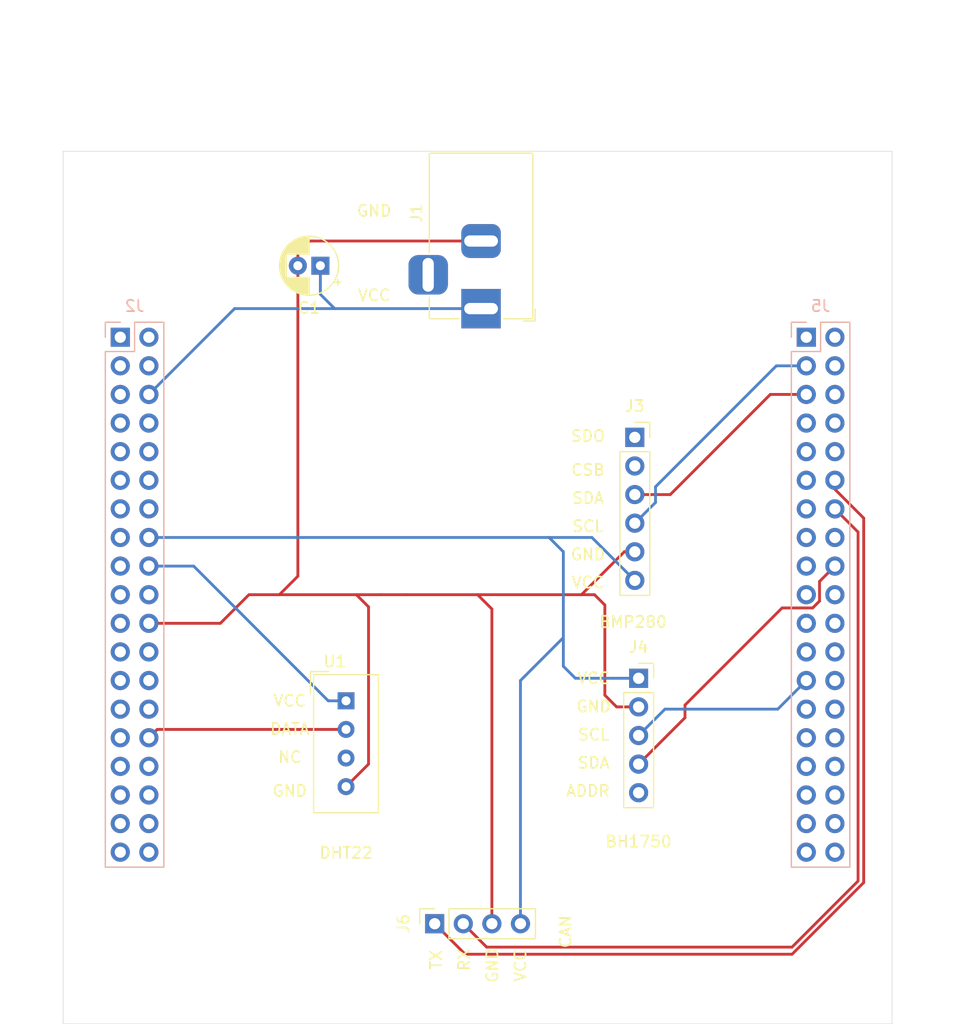
<source format=kicad_pcb>
(kicad_pcb (version 20171130) (host pcbnew "(5.1.9)-1")

  (general
    (thickness 1.6)
    (drawings 34)
    (tracks 74)
    (zones 0)
    (modules 8)
    (nets 81)
  )

  (page A4)
  (layers
    (0 F.Cu signal)
    (31 B.Cu signal)
    (32 B.Adhes user)
    (33 F.Adhes user)
    (34 B.Paste user)
    (35 F.Paste user)
    (36 B.SilkS user)
    (37 F.SilkS user)
    (38 B.Mask user)
    (39 F.Mask user)
    (40 Dwgs.User user)
    (41 Cmts.User user)
    (42 Eco1.User user)
    (43 Eco2.User user)
    (44 Edge.Cuts user)
    (45 Margin user)
    (46 B.CrtYd user)
    (47 F.CrtYd user)
    (48 B.Fab user)
    (49 F.Fab user)
  )

  (setup
    (last_trace_width 0.25)
    (trace_clearance 0.2)
    (zone_clearance 0.508)
    (zone_45_only no)
    (trace_min 0.2)
    (via_size 0.8)
    (via_drill 0.4)
    (via_min_size 0.4)
    (via_min_drill 0.3)
    (uvia_size 0.3)
    (uvia_drill 0.1)
    (uvias_allowed no)
    (uvia_min_size 0.2)
    (uvia_min_drill 0.1)
    (edge_width 0.05)
    (segment_width 0.2)
    (pcb_text_width 0.3)
    (pcb_text_size 1.5 1.5)
    (mod_edge_width 0.12)
    (mod_text_size 1 1)
    (mod_text_width 0.15)
    (pad_size 1.524 1.524)
    (pad_drill 0.762)
    (pad_to_mask_clearance 0)
    (aux_axis_origin 0 0)
    (visible_elements 7FFFFFFF)
    (pcbplotparams
      (layerselection 0x010fc_ffffffff)
      (usegerberextensions false)
      (usegerberattributes true)
      (usegerberadvancedattributes true)
      (creategerberjobfile true)
      (excludeedgelayer true)
      (linewidth 0.100000)
      (plotframeref false)
      (viasonmask false)
      (mode 1)
      (useauxorigin false)
      (hpglpennumber 1)
      (hpglpenspeed 20)
      (hpglpendiameter 15.000000)
      (psnegative false)
      (psa4output false)
      (plotreference true)
      (plotvalue true)
      (plotinvisibletext false)
      (padsonsilk false)
      (subtractmaskfromsilk false)
      (outputformat 1)
      (mirror false)
      (drillshape 1)
      (scaleselection 1)
      (outputdirectory ""))
  )

  (net 0 "")
  (net 1 GND)
  (net 2 "Net-(U1-Pad3)")
  (net 3 "Net-(J2-Pad38)")
  (net 4 "Net-(J2-Pad37)")
  (net 5 "Net-(J2-Pad35)")
  (net 6 "Net-(J2-Pad34)")
  (net 7 "Net-(J2-Pad33)")
  (net 8 "Net-(J2-Pad32)")
  (net 9 "Net-(J2-Pad31)")
  (net 10 "Net-(J2-Pad30)")
  (net 11 "Net-(J2-Pad29)")
  (net 12 "Net-(J2-Pad28)")
  (net 13 "Net-(J2-Pad27)")
  (net 14 "Net-(J2-Pad26)")
  (net 15 "Net-(J2-Pad25)")
  (net 16 "Net-(J2-Pad24)")
  (net 17 "Net-(J2-Pad23)")
  (net 18 "Net-(J2-Pad21)")
  (net 19 "Net-(J2-Pad20)")
  (net 20 "Net-(J2-Pad19)")
  (net 21 "Net-(J2-Pad18)")
  (net 22 "Net-(J2-Pad17)")
  (net 23 "Net-(J2-Pad16)")
  (net 24 "Net-(J2-Pad15)")
  (net 25 "Net-(J2-Pad14)")
  (net 26 "Net-(J2-Pad13)")
  (net 27 "Net-(J2-Pad12)")
  (net 28 "Net-(J2-Pad11)")
  (net 29 "Net-(J2-Pad10)")
  (net 30 "Net-(J2-Pad9)")
  (net 31 "Net-(J2-Pad8)")
  (net 32 "Net-(J2-Pad7)")
  (net 33 "Net-(J2-Pad5)")
  (net 34 "Net-(J2-Pad4)")
  (net 35 "Net-(J2-Pad3)")
  (net 36 "Net-(J2-Pad2)")
  (net 37 "Net-(J2-Pad1)")
  (net 38 "Net-(J3-Pad3)")
  (net 39 "Net-(J3-Pad1)")
  (net 40 "Net-(J4-Pad5)")
  (net 41 "Net-(J4-Pad4)")
  (net 42 "Net-(J4-Pad3)")
  (net 43 "Net-(J5-Pad38)")
  (net 44 "Net-(J5-Pad37)")
  (net 45 "Net-(J5-Pad36)")
  (net 46 "Net-(J5-Pad35)")
  (net 47 "Net-(J5-Pad34)")
  (net 48 "Net-(J5-Pad33)")
  (net 49 "Net-(J5-Pad32)")
  (net 50 "Net-(J5-Pad31)")
  (net 51 "Net-(J5-Pad29)")
  (net 52 "Net-(J5-Pad28)")
  (net 53 "Net-(J5-Pad27)")
  (net 54 "Net-(J5-Pad26)")
  (net 55 "Net-(J5-Pad24)")
  (net 56 "Net-(J5-Pad23)")
  (net 57 "Net-(J5-Pad22)")
  (net 58 "Net-(J5-Pad21)")
  (net 59 "Net-(J5-Pad20)")
  (net 60 "Net-(J5-Pad19)")
  (net 61 "Net-(J5-Pad17)")
  (net 62 "Net-(J5-Pad16)")
  (net 63 "Net-(J5-Pad15)")
  (net 64 "Net-(J5-Pad14)")
  (net 65 "Net-(J5-Pad13)")
  (net 66 "Net-(J5-Pad12)")
  (net 67 "Net-(J5-Pad11)")
  (net 68 "Net-(J5-Pad10)")
  (net 69 "Net-(J5-Pad9)")
  (net 70 "Net-(J5-Pad8)")
  (net 71 "Net-(J5-Pad7)")
  (net 72 "Net-(J5-Pad6)")
  (net 73 "Net-(J5-Pad2)")
  (net 74 "Net-(J5-Pad1)")
  (net 75 "Net-(C1-Pad1)")
  (net 76 "Net-(J2-Pad36)")
  (net 77 "Net-(J5-Pad30)")
  (net 78 "Net-(J5-Pad4)")
  (net 79 "Net-(J3-Pad4)")
  (net 80 "Net-(J3-Pad2)")

  (net_class Default "This is the default net class."
    (clearance 0.2)
    (trace_width 0.25)
    (via_dia 0.8)
    (via_drill 0.4)
    (uvia_dia 0.3)
    (uvia_drill 0.1)
    (add_net GND)
    (add_net "Net-(C1-Pad1)")
    (add_net "Net-(J2-Pad1)")
    (add_net "Net-(J2-Pad10)")
    (add_net "Net-(J2-Pad11)")
    (add_net "Net-(J2-Pad12)")
    (add_net "Net-(J2-Pad13)")
    (add_net "Net-(J2-Pad14)")
    (add_net "Net-(J2-Pad15)")
    (add_net "Net-(J2-Pad16)")
    (add_net "Net-(J2-Pad17)")
    (add_net "Net-(J2-Pad18)")
    (add_net "Net-(J2-Pad19)")
    (add_net "Net-(J2-Pad2)")
    (add_net "Net-(J2-Pad20)")
    (add_net "Net-(J2-Pad21)")
    (add_net "Net-(J2-Pad23)")
    (add_net "Net-(J2-Pad24)")
    (add_net "Net-(J2-Pad25)")
    (add_net "Net-(J2-Pad26)")
    (add_net "Net-(J2-Pad27)")
    (add_net "Net-(J2-Pad28)")
    (add_net "Net-(J2-Pad29)")
    (add_net "Net-(J2-Pad3)")
    (add_net "Net-(J2-Pad30)")
    (add_net "Net-(J2-Pad31)")
    (add_net "Net-(J2-Pad32)")
    (add_net "Net-(J2-Pad33)")
    (add_net "Net-(J2-Pad34)")
    (add_net "Net-(J2-Pad35)")
    (add_net "Net-(J2-Pad36)")
    (add_net "Net-(J2-Pad37)")
    (add_net "Net-(J2-Pad38)")
    (add_net "Net-(J2-Pad4)")
    (add_net "Net-(J2-Pad5)")
    (add_net "Net-(J2-Pad7)")
    (add_net "Net-(J2-Pad8)")
    (add_net "Net-(J2-Pad9)")
    (add_net "Net-(J3-Pad1)")
    (add_net "Net-(J3-Pad2)")
    (add_net "Net-(J3-Pad3)")
    (add_net "Net-(J3-Pad4)")
    (add_net "Net-(J4-Pad3)")
    (add_net "Net-(J4-Pad4)")
    (add_net "Net-(J4-Pad5)")
    (add_net "Net-(J5-Pad1)")
    (add_net "Net-(J5-Pad10)")
    (add_net "Net-(J5-Pad11)")
    (add_net "Net-(J5-Pad12)")
    (add_net "Net-(J5-Pad13)")
    (add_net "Net-(J5-Pad14)")
    (add_net "Net-(J5-Pad15)")
    (add_net "Net-(J5-Pad16)")
    (add_net "Net-(J5-Pad17)")
    (add_net "Net-(J5-Pad19)")
    (add_net "Net-(J5-Pad2)")
    (add_net "Net-(J5-Pad20)")
    (add_net "Net-(J5-Pad21)")
    (add_net "Net-(J5-Pad22)")
    (add_net "Net-(J5-Pad23)")
    (add_net "Net-(J5-Pad24)")
    (add_net "Net-(J5-Pad26)")
    (add_net "Net-(J5-Pad27)")
    (add_net "Net-(J5-Pad28)")
    (add_net "Net-(J5-Pad29)")
    (add_net "Net-(J5-Pad30)")
    (add_net "Net-(J5-Pad31)")
    (add_net "Net-(J5-Pad32)")
    (add_net "Net-(J5-Pad33)")
    (add_net "Net-(J5-Pad34)")
    (add_net "Net-(J5-Pad35)")
    (add_net "Net-(J5-Pad36)")
    (add_net "Net-(J5-Pad37)")
    (add_net "Net-(J5-Pad38)")
    (add_net "Net-(J5-Pad4)")
    (add_net "Net-(J5-Pad6)")
    (add_net "Net-(J5-Pad7)")
    (add_net "Net-(J5-Pad8)")
    (add_net "Net-(J5-Pad9)")
    (add_net "Net-(U1-Pad3)")
  )

  (module Connector_PinSocket_2.54mm:PinSocket_1x04_P2.54mm_Vertical (layer F.Cu) (tedit 5A19A429) (tstamp 609736D6)
    (at 55.88 97.79 90)
    (descr "Through hole straight socket strip, 1x04, 2.54mm pitch, single row (from Kicad 4.0.7), script generated")
    (tags "Through hole socket strip THT 1x04 2.54mm single row")
    (path /609A3DBC)
    (fp_text reference J6 (at 0 -2.77 90) (layer F.SilkS)
      (effects (font (size 1 1) (thickness 0.15)))
    )
    (fp_text value Conn_01x04 (at 0 10.39 90) (layer F.Fab)
      (effects (font (size 1 1) (thickness 0.15)))
    )
    (fp_line (start -1.27 -1.27) (end 0.635 -1.27) (layer F.Fab) (width 0.1))
    (fp_line (start 0.635 -1.27) (end 1.27 -0.635) (layer F.Fab) (width 0.1))
    (fp_line (start 1.27 -0.635) (end 1.27 8.89) (layer F.Fab) (width 0.1))
    (fp_line (start 1.27 8.89) (end -1.27 8.89) (layer F.Fab) (width 0.1))
    (fp_line (start -1.27 8.89) (end -1.27 -1.27) (layer F.Fab) (width 0.1))
    (fp_line (start -1.33 1.27) (end 1.33 1.27) (layer F.SilkS) (width 0.12))
    (fp_line (start -1.33 1.27) (end -1.33 8.95) (layer F.SilkS) (width 0.12))
    (fp_line (start -1.33 8.95) (end 1.33 8.95) (layer F.SilkS) (width 0.12))
    (fp_line (start 1.33 1.27) (end 1.33 8.95) (layer F.SilkS) (width 0.12))
    (fp_line (start 1.33 -1.33) (end 1.33 0) (layer F.SilkS) (width 0.12))
    (fp_line (start 0 -1.33) (end 1.33 -1.33) (layer F.SilkS) (width 0.12))
    (fp_line (start -1.8 -1.8) (end 1.75 -1.8) (layer F.CrtYd) (width 0.05))
    (fp_line (start 1.75 -1.8) (end 1.75 9.4) (layer F.CrtYd) (width 0.05))
    (fp_line (start 1.75 9.4) (end -1.8 9.4) (layer F.CrtYd) (width 0.05))
    (fp_line (start -1.8 9.4) (end -1.8 -1.8) (layer F.CrtYd) (width 0.05))
    (fp_text user %R (at 0 3.81) (layer F.Fab)
      (effects (font (size 1 1) (thickness 0.15)))
    )
    (pad 4 thru_hole oval (at 0 7.62 90) (size 1.7 1.7) (drill 1) (layers *.Cu *.Mask)
      (net 23 "Net-(J2-Pad16)"))
    (pad 3 thru_hole oval (at 0 5.08 90) (size 1.7 1.7) (drill 1) (layers *.Cu *.Mask)
      (net 1 GND))
    (pad 2 thru_hole oval (at 0 2.54 90) (size 1.7 1.7) (drill 1) (layers *.Cu *.Mask)
      (net 64 "Net-(J5-Pad14)"))
    (pad 1 thru_hole rect (at 0 0 90) (size 1.7 1.7) (drill 1) (layers *.Cu *.Mask)
      (net 66 "Net-(J5-Pad12)"))
    (model ${KISYS3DMOD}/Connector_PinSocket_2.54mm.3dshapes/PinSocket_1x04_P2.54mm_Vertical.wrl
      (at (xyz 0 0 0))
      (scale (xyz 1 1 1))
      (rotate (xyz 0 0 0))
    )
  )

  (module Connector_PinSocket_2.54mm:PinSocket_2x19_P2.54mm_Vertical (layer B.Cu) (tedit 5A19A42E) (tstamp 6096400A)
    (at 27.94 45.72 180)
    (descr "Through hole straight socket strip, 2x19, 2.54mm pitch, double cols (from Kicad 4.0.7), script generated")
    (tags "Through hole socket strip THT 2x19 2.54mm double row")
    (path /609805AB)
    (fp_text reference J2 (at -1.27 2.77) (layer B.SilkS)
      (effects (font (size 1 1) (thickness 0.15)) (justify mirror))
    )
    (fp_text value Conn_02x19_Counter_Clockwise (at -1.27 -48.49) (layer B.Fab)
      (effects (font (size 1 1) (thickness 0.15)) (justify mirror))
    )
    (fp_line (start -3.81 1.27) (end 0.27 1.27) (layer B.Fab) (width 0.1))
    (fp_line (start 0.27 1.27) (end 1.27 0.27) (layer B.Fab) (width 0.1))
    (fp_line (start 1.27 0.27) (end 1.27 -46.99) (layer B.Fab) (width 0.1))
    (fp_line (start 1.27 -46.99) (end -3.81 -46.99) (layer B.Fab) (width 0.1))
    (fp_line (start -3.81 -46.99) (end -3.81 1.27) (layer B.Fab) (width 0.1))
    (fp_line (start -3.87 1.33) (end -1.27 1.33) (layer B.SilkS) (width 0.12))
    (fp_line (start -3.87 1.33) (end -3.87 -47.05) (layer B.SilkS) (width 0.12))
    (fp_line (start -3.87 -47.05) (end 1.33 -47.05) (layer B.SilkS) (width 0.12))
    (fp_line (start 1.33 -1.27) (end 1.33 -47.05) (layer B.SilkS) (width 0.12))
    (fp_line (start -1.27 -1.27) (end 1.33 -1.27) (layer B.SilkS) (width 0.12))
    (fp_line (start -1.27 1.33) (end -1.27 -1.27) (layer B.SilkS) (width 0.12))
    (fp_line (start 1.33 1.33) (end 1.33 0) (layer B.SilkS) (width 0.12))
    (fp_line (start 0 1.33) (end 1.33 1.33) (layer B.SilkS) (width 0.12))
    (fp_line (start -4.34 1.8) (end 1.76 1.8) (layer B.CrtYd) (width 0.05))
    (fp_line (start 1.76 1.8) (end 1.76 -47.5) (layer B.CrtYd) (width 0.05))
    (fp_line (start 1.76 -47.5) (end -4.34 -47.5) (layer B.CrtYd) (width 0.05))
    (fp_line (start -4.34 -47.5) (end -4.34 1.8) (layer B.CrtYd) (width 0.05))
    (fp_text user %R (at -1.27 -22.86 270) (layer B.Fab)
      (effects (font (size 1 1) (thickness 0.15)) (justify mirror))
    )
    (pad 1 thru_hole rect (at 0 0 180) (size 1.7 1.7) (drill 1) (layers *.Cu *.Mask)
      (net 37 "Net-(J2-Pad1)"))
    (pad 2 thru_hole oval (at -2.54 0 180) (size 1.7 1.7) (drill 1) (layers *.Cu *.Mask)
      (net 36 "Net-(J2-Pad2)"))
    (pad 3 thru_hole oval (at 0 -2.54 180) (size 1.7 1.7) (drill 1) (layers *.Cu *.Mask)
      (net 35 "Net-(J2-Pad3)"))
    (pad 4 thru_hole oval (at -2.54 -2.54 180) (size 1.7 1.7) (drill 1) (layers *.Cu *.Mask)
      (net 34 "Net-(J2-Pad4)"))
    (pad 5 thru_hole oval (at 0 -5.08 180) (size 1.7 1.7) (drill 1) (layers *.Cu *.Mask)
      (net 33 "Net-(J2-Pad5)"))
    (pad 6 thru_hole oval (at -2.54 -5.08 180) (size 1.7 1.7) (drill 1) (layers *.Cu *.Mask)
      (net 75 "Net-(C1-Pad1)"))
    (pad 7 thru_hole oval (at 0 -7.62 180) (size 1.7 1.7) (drill 1) (layers *.Cu *.Mask)
      (net 32 "Net-(J2-Pad7)"))
    (pad 8 thru_hole oval (at -2.54 -7.62 180) (size 1.7 1.7) (drill 1) (layers *.Cu *.Mask)
      (net 31 "Net-(J2-Pad8)"))
    (pad 9 thru_hole oval (at 0 -10.16 180) (size 1.7 1.7) (drill 1) (layers *.Cu *.Mask)
      (net 30 "Net-(J2-Pad9)"))
    (pad 10 thru_hole oval (at -2.54 -10.16 180) (size 1.7 1.7) (drill 1) (layers *.Cu *.Mask)
      (net 29 "Net-(J2-Pad10)"))
    (pad 11 thru_hole oval (at 0 -12.7 180) (size 1.7 1.7) (drill 1) (layers *.Cu *.Mask)
      (net 28 "Net-(J2-Pad11)"))
    (pad 12 thru_hole oval (at -2.54 -12.7 180) (size 1.7 1.7) (drill 1) (layers *.Cu *.Mask)
      (net 27 "Net-(J2-Pad12)"))
    (pad 13 thru_hole oval (at 0 -15.24 180) (size 1.7 1.7) (drill 1) (layers *.Cu *.Mask)
      (net 26 "Net-(J2-Pad13)"))
    (pad 14 thru_hole oval (at -2.54 -15.24 180) (size 1.7 1.7) (drill 1) (layers *.Cu *.Mask)
      (net 25 "Net-(J2-Pad14)"))
    (pad 15 thru_hole oval (at 0 -17.78 180) (size 1.7 1.7) (drill 1) (layers *.Cu *.Mask)
      (net 24 "Net-(J2-Pad15)"))
    (pad 16 thru_hole oval (at -2.54 -17.78 180) (size 1.7 1.7) (drill 1) (layers *.Cu *.Mask)
      (net 23 "Net-(J2-Pad16)"))
    (pad 17 thru_hole oval (at 0 -20.32 180) (size 1.7 1.7) (drill 1) (layers *.Cu *.Mask)
      (net 22 "Net-(J2-Pad17)"))
    (pad 18 thru_hole oval (at -2.54 -20.32 180) (size 1.7 1.7) (drill 1) (layers *.Cu *.Mask)
      (net 21 "Net-(J2-Pad18)"))
    (pad 19 thru_hole oval (at 0 -22.86 180) (size 1.7 1.7) (drill 1) (layers *.Cu *.Mask)
      (net 20 "Net-(J2-Pad19)"))
    (pad 20 thru_hole oval (at -2.54 -22.86 180) (size 1.7 1.7) (drill 1) (layers *.Cu *.Mask)
      (net 19 "Net-(J2-Pad20)"))
    (pad 21 thru_hole oval (at 0 -25.4 180) (size 1.7 1.7) (drill 1) (layers *.Cu *.Mask)
      (net 18 "Net-(J2-Pad21)"))
    (pad 22 thru_hole oval (at -2.54 -25.4 180) (size 1.7 1.7) (drill 1) (layers *.Cu *.Mask)
      (net 1 GND))
    (pad 23 thru_hole oval (at 0 -27.94 180) (size 1.7 1.7) (drill 1) (layers *.Cu *.Mask)
      (net 17 "Net-(J2-Pad23)"))
    (pad 24 thru_hole oval (at -2.54 -27.94 180) (size 1.7 1.7) (drill 1) (layers *.Cu *.Mask)
      (net 16 "Net-(J2-Pad24)"))
    (pad 25 thru_hole oval (at 0 -30.48 180) (size 1.7 1.7) (drill 1) (layers *.Cu *.Mask)
      (net 15 "Net-(J2-Pad25)"))
    (pad 26 thru_hole oval (at -2.54 -30.48 180) (size 1.7 1.7) (drill 1) (layers *.Cu *.Mask)
      (net 14 "Net-(J2-Pad26)"))
    (pad 27 thru_hole oval (at 0 -33.02 180) (size 1.7 1.7) (drill 1) (layers *.Cu *.Mask)
      (net 13 "Net-(J2-Pad27)"))
    (pad 28 thru_hole oval (at -2.54 -33.02 180) (size 1.7 1.7) (drill 1) (layers *.Cu *.Mask)
      (net 12 "Net-(J2-Pad28)"))
    (pad 29 thru_hole oval (at 0 -35.56 180) (size 1.7 1.7) (drill 1) (layers *.Cu *.Mask)
      (net 11 "Net-(J2-Pad29)"))
    (pad 30 thru_hole oval (at -2.54 -35.56 180) (size 1.7 1.7) (drill 1) (layers *.Cu *.Mask)
      (net 10 "Net-(J2-Pad30)"))
    (pad 31 thru_hole oval (at 0 -38.1 180) (size 1.7 1.7) (drill 1) (layers *.Cu *.Mask)
      (net 9 "Net-(J2-Pad31)"))
    (pad 32 thru_hole oval (at -2.54 -38.1 180) (size 1.7 1.7) (drill 1) (layers *.Cu *.Mask)
      (net 8 "Net-(J2-Pad32)"))
    (pad 33 thru_hole oval (at 0 -40.64 180) (size 1.7 1.7) (drill 1) (layers *.Cu *.Mask)
      (net 7 "Net-(J2-Pad33)"))
    (pad 34 thru_hole oval (at -2.54 -40.64 180) (size 1.7 1.7) (drill 1) (layers *.Cu *.Mask)
      (net 6 "Net-(J2-Pad34)"))
    (pad 35 thru_hole oval (at 0 -43.18 180) (size 1.7 1.7) (drill 1) (layers *.Cu *.Mask)
      (net 5 "Net-(J2-Pad35)"))
    (pad 36 thru_hole oval (at -2.54 -43.18 180) (size 1.7 1.7) (drill 1) (layers *.Cu *.Mask)
      (net 76 "Net-(J2-Pad36)"))
    (pad 37 thru_hole oval (at 0 -45.72 180) (size 1.7 1.7) (drill 1) (layers *.Cu *.Mask)
      (net 4 "Net-(J2-Pad37)"))
    (pad 38 thru_hole oval (at -2.54 -45.72 180) (size 1.7 1.7) (drill 1) (layers *.Cu *.Mask)
      (net 3 "Net-(J2-Pad38)"))
    (model ${KISYS3DMOD}/Connector_PinSocket_2.54mm.3dshapes/PinSocket_2x19_P2.54mm_Vertical.wrl
      (at (xyz 0 0 0))
      (scale (xyz 1 1 1))
      (rotate (xyz 0 0 0))
    )
  )

  (module Connector_PinSocket_2.54mm:PinSocket_2x19_P2.54mm_Vertical (layer B.Cu) (tedit 5A19A42E) (tstamp 60964079)
    (at 88.9 45.72 180)
    (descr "Through hole straight socket strip, 2x19, 2.54mm pitch, double cols (from Kicad 4.0.7), script generated")
    (tags "Through hole socket strip THT 2x19 2.54mm double row")
    (path /609824F5)
    (fp_text reference J5 (at -1.27 2.77) (layer B.SilkS)
      (effects (font (size 1 1) (thickness 0.15)) (justify mirror))
    )
    (fp_text value Conn_02x19_Counter_Clockwise (at -1.27 -48.49) (layer B.Fab)
      (effects (font (size 1 1) (thickness 0.15)) (justify mirror))
    )
    (fp_line (start -4.34 -47.5) (end -4.34 1.8) (layer B.CrtYd) (width 0.05))
    (fp_line (start 1.76 -47.5) (end -4.34 -47.5) (layer B.CrtYd) (width 0.05))
    (fp_line (start 1.76 1.8) (end 1.76 -47.5) (layer B.CrtYd) (width 0.05))
    (fp_line (start -4.34 1.8) (end 1.76 1.8) (layer B.CrtYd) (width 0.05))
    (fp_line (start 0 1.33) (end 1.33 1.33) (layer B.SilkS) (width 0.12))
    (fp_line (start 1.33 1.33) (end 1.33 0) (layer B.SilkS) (width 0.12))
    (fp_line (start -1.27 1.33) (end -1.27 -1.27) (layer B.SilkS) (width 0.12))
    (fp_line (start -1.27 -1.27) (end 1.33 -1.27) (layer B.SilkS) (width 0.12))
    (fp_line (start 1.33 -1.27) (end 1.33 -47.05) (layer B.SilkS) (width 0.12))
    (fp_line (start -3.87 -47.05) (end 1.33 -47.05) (layer B.SilkS) (width 0.12))
    (fp_line (start -3.87 1.33) (end -3.87 -47.05) (layer B.SilkS) (width 0.12))
    (fp_line (start -3.87 1.33) (end -1.27 1.33) (layer B.SilkS) (width 0.12))
    (fp_line (start -3.81 -46.99) (end -3.81 1.27) (layer B.Fab) (width 0.1))
    (fp_line (start 1.27 -46.99) (end -3.81 -46.99) (layer B.Fab) (width 0.1))
    (fp_line (start 1.27 0.27) (end 1.27 -46.99) (layer B.Fab) (width 0.1))
    (fp_line (start 0.27 1.27) (end 1.27 0.27) (layer B.Fab) (width 0.1))
    (fp_line (start -3.81 1.27) (end 0.27 1.27) (layer B.Fab) (width 0.1))
    (fp_text user %R (at -1.27 -22.86 270) (layer B.Fab)
      (effects (font (size 1 1) (thickness 0.15)) (justify mirror))
    )
    (pad 38 thru_hole oval (at -2.54 -45.72 180) (size 1.7 1.7) (drill 1) (layers *.Cu *.Mask)
      (net 43 "Net-(J5-Pad38)"))
    (pad 37 thru_hole oval (at 0 -45.72 180) (size 1.7 1.7) (drill 1) (layers *.Cu *.Mask)
      (net 44 "Net-(J5-Pad37)"))
    (pad 36 thru_hole oval (at -2.54 -43.18 180) (size 1.7 1.7) (drill 1) (layers *.Cu *.Mask)
      (net 45 "Net-(J5-Pad36)"))
    (pad 35 thru_hole oval (at 0 -43.18 180) (size 1.7 1.7) (drill 1) (layers *.Cu *.Mask)
      (net 46 "Net-(J5-Pad35)"))
    (pad 34 thru_hole oval (at -2.54 -40.64 180) (size 1.7 1.7) (drill 1) (layers *.Cu *.Mask)
      (net 47 "Net-(J5-Pad34)"))
    (pad 33 thru_hole oval (at 0 -40.64 180) (size 1.7 1.7) (drill 1) (layers *.Cu *.Mask)
      (net 48 "Net-(J5-Pad33)"))
    (pad 32 thru_hole oval (at -2.54 -38.1 180) (size 1.7 1.7) (drill 1) (layers *.Cu *.Mask)
      (net 49 "Net-(J5-Pad32)"))
    (pad 31 thru_hole oval (at 0 -38.1 180) (size 1.7 1.7) (drill 1) (layers *.Cu *.Mask)
      (net 50 "Net-(J5-Pad31)"))
    (pad 30 thru_hole oval (at -2.54 -35.56 180) (size 1.7 1.7) (drill 1) (layers *.Cu *.Mask)
      (net 77 "Net-(J5-Pad30)"))
    (pad 29 thru_hole oval (at 0 -35.56 180) (size 1.7 1.7) (drill 1) (layers *.Cu *.Mask)
      (net 51 "Net-(J5-Pad29)"))
    (pad 28 thru_hole oval (at -2.54 -33.02 180) (size 1.7 1.7) (drill 1) (layers *.Cu *.Mask)
      (net 52 "Net-(J5-Pad28)"))
    (pad 27 thru_hole oval (at 0 -33.02 180) (size 1.7 1.7) (drill 1) (layers *.Cu *.Mask)
      (net 53 "Net-(J5-Pad27)"))
    (pad 26 thru_hole oval (at -2.54 -30.48 180) (size 1.7 1.7) (drill 1) (layers *.Cu *.Mask)
      (net 54 "Net-(J5-Pad26)"))
    (pad 25 thru_hole oval (at 0 -30.48 180) (size 1.7 1.7) (drill 1) (layers *.Cu *.Mask)
      (net 42 "Net-(J4-Pad3)"))
    (pad 24 thru_hole oval (at -2.54 -27.94 180) (size 1.7 1.7) (drill 1) (layers *.Cu *.Mask)
      (net 55 "Net-(J5-Pad24)"))
    (pad 23 thru_hole oval (at 0 -27.94 180) (size 1.7 1.7) (drill 1) (layers *.Cu *.Mask)
      (net 56 "Net-(J5-Pad23)"))
    (pad 22 thru_hole oval (at -2.54 -25.4 180) (size 1.7 1.7) (drill 1) (layers *.Cu *.Mask)
      (net 57 "Net-(J5-Pad22)"))
    (pad 21 thru_hole oval (at 0 -25.4 180) (size 1.7 1.7) (drill 1) (layers *.Cu *.Mask)
      (net 58 "Net-(J5-Pad21)"))
    (pad 20 thru_hole oval (at -2.54 -22.86 180) (size 1.7 1.7) (drill 1) (layers *.Cu *.Mask)
      (net 59 "Net-(J5-Pad20)"))
    (pad 19 thru_hole oval (at 0 -22.86 180) (size 1.7 1.7) (drill 1) (layers *.Cu *.Mask)
      (net 60 "Net-(J5-Pad19)"))
    (pad 18 thru_hole oval (at -2.54 -20.32 180) (size 1.7 1.7) (drill 1) (layers *.Cu *.Mask)
      (net 41 "Net-(J4-Pad4)"))
    (pad 17 thru_hole oval (at 0 -20.32 180) (size 1.7 1.7) (drill 1) (layers *.Cu *.Mask)
      (net 61 "Net-(J5-Pad17)"))
    (pad 16 thru_hole oval (at -2.54 -17.78 180) (size 1.7 1.7) (drill 1) (layers *.Cu *.Mask)
      (net 62 "Net-(J5-Pad16)"))
    (pad 15 thru_hole oval (at 0 -17.78 180) (size 1.7 1.7) (drill 1) (layers *.Cu *.Mask)
      (net 63 "Net-(J5-Pad15)"))
    (pad 14 thru_hole oval (at -2.54 -15.24 180) (size 1.7 1.7) (drill 1) (layers *.Cu *.Mask)
      (net 64 "Net-(J5-Pad14)"))
    (pad 13 thru_hole oval (at 0 -15.24 180) (size 1.7 1.7) (drill 1) (layers *.Cu *.Mask)
      (net 65 "Net-(J5-Pad13)"))
    (pad 12 thru_hole oval (at -2.54 -12.7 180) (size 1.7 1.7) (drill 1) (layers *.Cu *.Mask)
      (net 66 "Net-(J5-Pad12)"))
    (pad 11 thru_hole oval (at 0 -12.7 180) (size 1.7 1.7) (drill 1) (layers *.Cu *.Mask)
      (net 67 "Net-(J5-Pad11)"))
    (pad 10 thru_hole oval (at -2.54 -10.16 180) (size 1.7 1.7) (drill 1) (layers *.Cu *.Mask)
      (net 68 "Net-(J5-Pad10)"))
    (pad 9 thru_hole oval (at 0 -10.16 180) (size 1.7 1.7) (drill 1) (layers *.Cu *.Mask)
      (net 69 "Net-(J5-Pad9)"))
    (pad 8 thru_hole oval (at -2.54 -7.62 180) (size 1.7 1.7) (drill 1) (layers *.Cu *.Mask)
      (net 70 "Net-(J5-Pad8)"))
    (pad 7 thru_hole oval (at 0 -7.62 180) (size 1.7 1.7) (drill 1) (layers *.Cu *.Mask)
      (net 71 "Net-(J5-Pad7)"))
    (pad 6 thru_hole oval (at -2.54 -5.08 180) (size 1.7 1.7) (drill 1) (layers *.Cu *.Mask)
      (net 72 "Net-(J5-Pad6)"))
    (pad 5 thru_hole oval (at 0 -5.08 180) (size 1.7 1.7) (drill 1) (layers *.Cu *.Mask)
      (net 38 "Net-(J3-Pad3)"))
    (pad 4 thru_hole oval (at -2.54 -2.54 180) (size 1.7 1.7) (drill 1) (layers *.Cu *.Mask)
      (net 78 "Net-(J5-Pad4)"))
    (pad 3 thru_hole oval (at 0 -2.54 180) (size 1.7 1.7) (drill 1) (layers *.Cu *.Mask)
      (net 79 "Net-(J3-Pad4)"))
    (pad 2 thru_hole oval (at -2.54 0 180) (size 1.7 1.7) (drill 1) (layers *.Cu *.Mask)
      (net 73 "Net-(J5-Pad2)"))
    (pad 1 thru_hole rect (at 0 0 180) (size 1.7 1.7) (drill 1) (layers *.Cu *.Mask)
      (net 74 "Net-(J5-Pad1)"))
    (model ${KISYS3DMOD}/Connector_PinSocket_2.54mm.3dshapes/PinSocket_2x19_P2.54mm_Vertical.wrl
      (at (xyz 0 0 0))
      (scale (xyz 1 1 1))
      (rotate (xyz 0 0 0))
    )
  )

  (module Connector_PinSocket_2.54mm:PinSocket_1x05_P2.54mm_Vertical (layer F.Cu) (tedit 5A19A420) (tstamp 6096403D)
    (at 74 76)
    (descr "Through hole straight socket strip, 1x05, 2.54mm pitch, single row (from Kicad 4.0.7), script generated")
    (tags "Through hole socket strip THT 1x05 2.54mm single row")
    (path /60984D9C)
    (fp_text reference J4 (at 0 -2.77) (layer F.SilkS)
      (effects (font (size 1 1) (thickness 0.15)))
    )
    (fp_text value Conn_01x05 (at 0 12.93) (layer F.Fab)
      (effects (font (size 1 1) (thickness 0.15)))
    )
    (fp_line (start -1.8 11.9) (end -1.8 -1.8) (layer F.CrtYd) (width 0.05))
    (fp_line (start 1.75 11.9) (end -1.8 11.9) (layer F.CrtYd) (width 0.05))
    (fp_line (start 1.75 -1.8) (end 1.75 11.9) (layer F.CrtYd) (width 0.05))
    (fp_line (start -1.8 -1.8) (end 1.75 -1.8) (layer F.CrtYd) (width 0.05))
    (fp_line (start 0 -1.33) (end 1.33 -1.33) (layer F.SilkS) (width 0.12))
    (fp_line (start 1.33 -1.33) (end 1.33 0) (layer F.SilkS) (width 0.12))
    (fp_line (start 1.33 1.27) (end 1.33 11.49) (layer F.SilkS) (width 0.12))
    (fp_line (start -1.33 11.49) (end 1.33 11.49) (layer F.SilkS) (width 0.12))
    (fp_line (start -1.33 1.27) (end -1.33 11.49) (layer F.SilkS) (width 0.12))
    (fp_line (start -1.33 1.27) (end 1.33 1.27) (layer F.SilkS) (width 0.12))
    (fp_line (start -1.27 11.43) (end -1.27 -1.27) (layer F.Fab) (width 0.1))
    (fp_line (start 1.27 11.43) (end -1.27 11.43) (layer F.Fab) (width 0.1))
    (fp_line (start 1.27 -0.635) (end 1.27 11.43) (layer F.Fab) (width 0.1))
    (fp_line (start 0.635 -1.27) (end 1.27 -0.635) (layer F.Fab) (width 0.1))
    (fp_line (start -1.27 -1.27) (end 0.635 -1.27) (layer F.Fab) (width 0.1))
    (fp_text user %R (at 0 5.08 90) (layer F.Fab)
      (effects (font (size 1 1) (thickness 0.15)))
    )
    (pad 5 thru_hole oval (at 0 10.16) (size 1.7 1.7) (drill 1) (layers *.Cu *.Mask)
      (net 40 "Net-(J4-Pad5)"))
    (pad 4 thru_hole oval (at 0 7.62) (size 1.7 1.7) (drill 1) (layers *.Cu *.Mask)
      (net 41 "Net-(J4-Pad4)"))
    (pad 3 thru_hole oval (at 0 5.08) (size 1.7 1.7) (drill 1) (layers *.Cu *.Mask)
      (net 42 "Net-(J4-Pad3)"))
    (pad 2 thru_hole oval (at 0 2.54) (size 1.7 1.7) (drill 1) (layers *.Cu *.Mask)
      (net 1 GND))
    (pad 1 thru_hole rect (at 0 0) (size 1.7 1.7) (drill 1) (layers *.Cu *.Mask)
      (net 23 "Net-(J2-Pad16)"))
    (model ${KISYS3DMOD}/Connector_PinSocket_2.54mm.3dshapes/PinSocket_1x05_P2.54mm_Vertical.wrl
      (at (xyz 0 0 0))
      (scale (xyz 1 1 1))
      (rotate (xyz 0 0 0))
    )
  )

  (module Connector_PinSocket_2.54mm:PinSocket_1x06_P2.54mm_Vertical (layer F.Cu) (tedit 5A19A430) (tstamp 60970DA2)
    (at 73.66 54.61)
    (descr "Through hole straight socket strip, 1x06, 2.54mm pitch, single row (from Kicad 4.0.7), script generated")
    (tags "Through hole socket strip THT 1x06 2.54mm single row")
    (path /60983FFB)
    (fp_text reference J3 (at 0 -2.77) (layer F.SilkS)
      (effects (font (size 1 1) (thickness 0.15)))
    )
    (fp_text value Conn_01x06 (at 0 15.47) (layer F.Fab)
      (effects (font (size 1 1) (thickness 0.15)))
    )
    (fp_line (start -1.8 14.45) (end -1.8 -1.8) (layer F.CrtYd) (width 0.05))
    (fp_line (start 1.75 14.45) (end -1.8 14.45) (layer F.CrtYd) (width 0.05))
    (fp_line (start 1.75 -1.8) (end 1.75 14.45) (layer F.CrtYd) (width 0.05))
    (fp_line (start -1.8 -1.8) (end 1.75 -1.8) (layer F.CrtYd) (width 0.05))
    (fp_line (start 0 -1.33) (end 1.33 -1.33) (layer F.SilkS) (width 0.12))
    (fp_line (start 1.33 -1.33) (end 1.33 0) (layer F.SilkS) (width 0.12))
    (fp_line (start 1.33 1.27) (end 1.33 14.03) (layer F.SilkS) (width 0.12))
    (fp_line (start -1.33 14.03) (end 1.33 14.03) (layer F.SilkS) (width 0.12))
    (fp_line (start -1.33 1.27) (end -1.33 14.03) (layer F.SilkS) (width 0.12))
    (fp_line (start -1.33 1.27) (end 1.33 1.27) (layer F.SilkS) (width 0.12))
    (fp_line (start -1.27 13.97) (end -1.27 -1.27) (layer F.Fab) (width 0.1))
    (fp_line (start 1.27 13.97) (end -1.27 13.97) (layer F.Fab) (width 0.1))
    (fp_line (start 1.27 -0.635) (end 1.27 13.97) (layer F.Fab) (width 0.1))
    (fp_line (start 0.635 -1.27) (end 1.27 -0.635) (layer F.Fab) (width 0.1))
    (fp_line (start -1.27 -1.27) (end 0.635 -1.27) (layer F.Fab) (width 0.1))
    (fp_text user %R (at 0 6.35 90) (layer F.Fab)
      (effects (font (size 1 1) (thickness 0.15)))
    )
    (pad 6 thru_hole oval (at 0 12.7) (size 1.7 1.7) (drill 1) (layers *.Cu *.Mask)
      (net 23 "Net-(J2-Pad16)"))
    (pad 5 thru_hole oval (at 0 10.16) (size 1.7 1.7) (drill 1) (layers *.Cu *.Mask)
      (net 1 GND))
    (pad 4 thru_hole oval (at 0 7.62) (size 1.7 1.7) (drill 1) (layers *.Cu *.Mask)
      (net 79 "Net-(J3-Pad4)"))
    (pad 3 thru_hole oval (at 0 5.08) (size 1.7 1.7) (drill 1) (layers *.Cu *.Mask)
      (net 38 "Net-(J3-Pad3)"))
    (pad 2 thru_hole oval (at 0 2.54) (size 1.7 1.7) (drill 1) (layers *.Cu *.Mask)
      (net 80 "Net-(J3-Pad2)"))
    (pad 1 thru_hole rect (at 0 0) (size 1.7 1.7) (drill 1) (layers *.Cu *.Mask)
      (net 39 "Net-(J3-Pad1)"))
    (model ${KISYS3DMOD}/Connector_PinSocket_2.54mm.3dshapes/PinSocket_1x06_P2.54mm_Vertical.wrl
      (at (xyz 0 0 0))
      (scale (xyz 1 1 1))
      (rotate (xyz 0 0 0))
    )
  )

  (module Capacitor_THT:CP_Radial_D5.0mm_P2.00mm (layer F.Cu) (tedit 5AE50EF0) (tstamp 608FB721)
    (at 45.72 39.37 180)
    (descr "CP, Radial series, Radial, pin pitch=2.00mm, , diameter=5mm, Electrolytic Capacitor")
    (tags "CP Radial series Radial pin pitch 2.00mm  diameter 5mm Electrolytic Capacitor")
    (path /60904AC5)
    (fp_text reference C1 (at 1 -3.75) (layer F.SilkS)
      (effects (font (size 1 1) (thickness 0.15)))
    )
    (fp_text value CP (at 1 3.75) (layer F.Fab)
      (effects (font (size 1 1) (thickness 0.15)))
    )
    (fp_line (start -1.554775 -1.725) (end -1.554775 -1.225) (layer F.SilkS) (width 0.12))
    (fp_line (start -1.804775 -1.475) (end -1.304775 -1.475) (layer F.SilkS) (width 0.12))
    (fp_line (start 3.601 -0.284) (end 3.601 0.284) (layer F.SilkS) (width 0.12))
    (fp_line (start 3.561 -0.518) (end 3.561 0.518) (layer F.SilkS) (width 0.12))
    (fp_line (start 3.521 -0.677) (end 3.521 0.677) (layer F.SilkS) (width 0.12))
    (fp_line (start 3.481 -0.805) (end 3.481 0.805) (layer F.SilkS) (width 0.12))
    (fp_line (start 3.441 -0.915) (end 3.441 0.915) (layer F.SilkS) (width 0.12))
    (fp_line (start 3.401 -1.011) (end 3.401 1.011) (layer F.SilkS) (width 0.12))
    (fp_line (start 3.361 -1.098) (end 3.361 1.098) (layer F.SilkS) (width 0.12))
    (fp_line (start 3.321 -1.178) (end 3.321 1.178) (layer F.SilkS) (width 0.12))
    (fp_line (start 3.281 -1.251) (end 3.281 1.251) (layer F.SilkS) (width 0.12))
    (fp_line (start 3.241 -1.319) (end 3.241 1.319) (layer F.SilkS) (width 0.12))
    (fp_line (start 3.201 -1.383) (end 3.201 1.383) (layer F.SilkS) (width 0.12))
    (fp_line (start 3.161 -1.443) (end 3.161 1.443) (layer F.SilkS) (width 0.12))
    (fp_line (start 3.121 -1.5) (end 3.121 1.5) (layer F.SilkS) (width 0.12))
    (fp_line (start 3.081 -1.554) (end 3.081 1.554) (layer F.SilkS) (width 0.12))
    (fp_line (start 3.041 -1.605) (end 3.041 1.605) (layer F.SilkS) (width 0.12))
    (fp_line (start 3.001 1.04) (end 3.001 1.653) (layer F.SilkS) (width 0.12))
    (fp_line (start 3.001 -1.653) (end 3.001 -1.04) (layer F.SilkS) (width 0.12))
    (fp_line (start 2.961 1.04) (end 2.961 1.699) (layer F.SilkS) (width 0.12))
    (fp_line (start 2.961 -1.699) (end 2.961 -1.04) (layer F.SilkS) (width 0.12))
    (fp_line (start 2.921 1.04) (end 2.921 1.743) (layer F.SilkS) (width 0.12))
    (fp_line (start 2.921 -1.743) (end 2.921 -1.04) (layer F.SilkS) (width 0.12))
    (fp_line (start 2.881 1.04) (end 2.881 1.785) (layer F.SilkS) (width 0.12))
    (fp_line (start 2.881 -1.785) (end 2.881 -1.04) (layer F.SilkS) (width 0.12))
    (fp_line (start 2.841 1.04) (end 2.841 1.826) (layer F.SilkS) (width 0.12))
    (fp_line (start 2.841 -1.826) (end 2.841 -1.04) (layer F.SilkS) (width 0.12))
    (fp_line (start 2.801 1.04) (end 2.801 1.864) (layer F.SilkS) (width 0.12))
    (fp_line (start 2.801 -1.864) (end 2.801 -1.04) (layer F.SilkS) (width 0.12))
    (fp_line (start 2.761 1.04) (end 2.761 1.901) (layer F.SilkS) (width 0.12))
    (fp_line (start 2.761 -1.901) (end 2.761 -1.04) (layer F.SilkS) (width 0.12))
    (fp_line (start 2.721 1.04) (end 2.721 1.937) (layer F.SilkS) (width 0.12))
    (fp_line (start 2.721 -1.937) (end 2.721 -1.04) (layer F.SilkS) (width 0.12))
    (fp_line (start 2.681 1.04) (end 2.681 1.971) (layer F.SilkS) (width 0.12))
    (fp_line (start 2.681 -1.971) (end 2.681 -1.04) (layer F.SilkS) (width 0.12))
    (fp_line (start 2.641 1.04) (end 2.641 2.004) (layer F.SilkS) (width 0.12))
    (fp_line (start 2.641 -2.004) (end 2.641 -1.04) (layer F.SilkS) (width 0.12))
    (fp_line (start 2.601 1.04) (end 2.601 2.035) (layer F.SilkS) (width 0.12))
    (fp_line (start 2.601 -2.035) (end 2.601 -1.04) (layer F.SilkS) (width 0.12))
    (fp_line (start 2.561 1.04) (end 2.561 2.065) (layer F.SilkS) (width 0.12))
    (fp_line (start 2.561 -2.065) (end 2.561 -1.04) (layer F.SilkS) (width 0.12))
    (fp_line (start 2.521 1.04) (end 2.521 2.095) (layer F.SilkS) (width 0.12))
    (fp_line (start 2.521 -2.095) (end 2.521 -1.04) (layer F.SilkS) (width 0.12))
    (fp_line (start 2.481 1.04) (end 2.481 2.122) (layer F.SilkS) (width 0.12))
    (fp_line (start 2.481 -2.122) (end 2.481 -1.04) (layer F.SilkS) (width 0.12))
    (fp_line (start 2.441 1.04) (end 2.441 2.149) (layer F.SilkS) (width 0.12))
    (fp_line (start 2.441 -2.149) (end 2.441 -1.04) (layer F.SilkS) (width 0.12))
    (fp_line (start 2.401 1.04) (end 2.401 2.175) (layer F.SilkS) (width 0.12))
    (fp_line (start 2.401 -2.175) (end 2.401 -1.04) (layer F.SilkS) (width 0.12))
    (fp_line (start 2.361 1.04) (end 2.361 2.2) (layer F.SilkS) (width 0.12))
    (fp_line (start 2.361 -2.2) (end 2.361 -1.04) (layer F.SilkS) (width 0.12))
    (fp_line (start 2.321 1.04) (end 2.321 2.224) (layer F.SilkS) (width 0.12))
    (fp_line (start 2.321 -2.224) (end 2.321 -1.04) (layer F.SilkS) (width 0.12))
    (fp_line (start 2.281 1.04) (end 2.281 2.247) (layer F.SilkS) (width 0.12))
    (fp_line (start 2.281 -2.247) (end 2.281 -1.04) (layer F.SilkS) (width 0.12))
    (fp_line (start 2.241 1.04) (end 2.241 2.268) (layer F.SilkS) (width 0.12))
    (fp_line (start 2.241 -2.268) (end 2.241 -1.04) (layer F.SilkS) (width 0.12))
    (fp_line (start 2.201 1.04) (end 2.201 2.29) (layer F.SilkS) (width 0.12))
    (fp_line (start 2.201 -2.29) (end 2.201 -1.04) (layer F.SilkS) (width 0.12))
    (fp_line (start 2.161 1.04) (end 2.161 2.31) (layer F.SilkS) (width 0.12))
    (fp_line (start 2.161 -2.31) (end 2.161 -1.04) (layer F.SilkS) (width 0.12))
    (fp_line (start 2.121 1.04) (end 2.121 2.329) (layer F.SilkS) (width 0.12))
    (fp_line (start 2.121 -2.329) (end 2.121 -1.04) (layer F.SilkS) (width 0.12))
    (fp_line (start 2.081 1.04) (end 2.081 2.348) (layer F.SilkS) (width 0.12))
    (fp_line (start 2.081 -2.348) (end 2.081 -1.04) (layer F.SilkS) (width 0.12))
    (fp_line (start 2.041 1.04) (end 2.041 2.365) (layer F.SilkS) (width 0.12))
    (fp_line (start 2.041 -2.365) (end 2.041 -1.04) (layer F.SilkS) (width 0.12))
    (fp_line (start 2.001 1.04) (end 2.001 2.382) (layer F.SilkS) (width 0.12))
    (fp_line (start 2.001 -2.382) (end 2.001 -1.04) (layer F.SilkS) (width 0.12))
    (fp_line (start 1.961 1.04) (end 1.961 2.398) (layer F.SilkS) (width 0.12))
    (fp_line (start 1.961 -2.398) (end 1.961 -1.04) (layer F.SilkS) (width 0.12))
    (fp_line (start 1.921 1.04) (end 1.921 2.414) (layer F.SilkS) (width 0.12))
    (fp_line (start 1.921 -2.414) (end 1.921 -1.04) (layer F.SilkS) (width 0.12))
    (fp_line (start 1.881 1.04) (end 1.881 2.428) (layer F.SilkS) (width 0.12))
    (fp_line (start 1.881 -2.428) (end 1.881 -1.04) (layer F.SilkS) (width 0.12))
    (fp_line (start 1.841 1.04) (end 1.841 2.442) (layer F.SilkS) (width 0.12))
    (fp_line (start 1.841 -2.442) (end 1.841 -1.04) (layer F.SilkS) (width 0.12))
    (fp_line (start 1.801 1.04) (end 1.801 2.455) (layer F.SilkS) (width 0.12))
    (fp_line (start 1.801 -2.455) (end 1.801 -1.04) (layer F.SilkS) (width 0.12))
    (fp_line (start 1.761 1.04) (end 1.761 2.468) (layer F.SilkS) (width 0.12))
    (fp_line (start 1.761 -2.468) (end 1.761 -1.04) (layer F.SilkS) (width 0.12))
    (fp_line (start 1.721 1.04) (end 1.721 2.48) (layer F.SilkS) (width 0.12))
    (fp_line (start 1.721 -2.48) (end 1.721 -1.04) (layer F.SilkS) (width 0.12))
    (fp_line (start 1.68 1.04) (end 1.68 2.491) (layer F.SilkS) (width 0.12))
    (fp_line (start 1.68 -2.491) (end 1.68 -1.04) (layer F.SilkS) (width 0.12))
    (fp_line (start 1.64 1.04) (end 1.64 2.501) (layer F.SilkS) (width 0.12))
    (fp_line (start 1.64 -2.501) (end 1.64 -1.04) (layer F.SilkS) (width 0.12))
    (fp_line (start 1.6 1.04) (end 1.6 2.511) (layer F.SilkS) (width 0.12))
    (fp_line (start 1.6 -2.511) (end 1.6 -1.04) (layer F.SilkS) (width 0.12))
    (fp_line (start 1.56 1.04) (end 1.56 2.52) (layer F.SilkS) (width 0.12))
    (fp_line (start 1.56 -2.52) (end 1.56 -1.04) (layer F.SilkS) (width 0.12))
    (fp_line (start 1.52 1.04) (end 1.52 2.528) (layer F.SilkS) (width 0.12))
    (fp_line (start 1.52 -2.528) (end 1.52 -1.04) (layer F.SilkS) (width 0.12))
    (fp_line (start 1.48 1.04) (end 1.48 2.536) (layer F.SilkS) (width 0.12))
    (fp_line (start 1.48 -2.536) (end 1.48 -1.04) (layer F.SilkS) (width 0.12))
    (fp_line (start 1.44 1.04) (end 1.44 2.543) (layer F.SilkS) (width 0.12))
    (fp_line (start 1.44 -2.543) (end 1.44 -1.04) (layer F.SilkS) (width 0.12))
    (fp_line (start 1.4 1.04) (end 1.4 2.55) (layer F.SilkS) (width 0.12))
    (fp_line (start 1.4 -2.55) (end 1.4 -1.04) (layer F.SilkS) (width 0.12))
    (fp_line (start 1.36 1.04) (end 1.36 2.556) (layer F.SilkS) (width 0.12))
    (fp_line (start 1.36 -2.556) (end 1.36 -1.04) (layer F.SilkS) (width 0.12))
    (fp_line (start 1.32 1.04) (end 1.32 2.561) (layer F.SilkS) (width 0.12))
    (fp_line (start 1.32 -2.561) (end 1.32 -1.04) (layer F.SilkS) (width 0.12))
    (fp_line (start 1.28 1.04) (end 1.28 2.565) (layer F.SilkS) (width 0.12))
    (fp_line (start 1.28 -2.565) (end 1.28 -1.04) (layer F.SilkS) (width 0.12))
    (fp_line (start 1.24 1.04) (end 1.24 2.569) (layer F.SilkS) (width 0.12))
    (fp_line (start 1.24 -2.569) (end 1.24 -1.04) (layer F.SilkS) (width 0.12))
    (fp_line (start 1.2 1.04) (end 1.2 2.573) (layer F.SilkS) (width 0.12))
    (fp_line (start 1.2 -2.573) (end 1.2 -1.04) (layer F.SilkS) (width 0.12))
    (fp_line (start 1.16 1.04) (end 1.16 2.576) (layer F.SilkS) (width 0.12))
    (fp_line (start 1.16 -2.576) (end 1.16 -1.04) (layer F.SilkS) (width 0.12))
    (fp_line (start 1.12 1.04) (end 1.12 2.578) (layer F.SilkS) (width 0.12))
    (fp_line (start 1.12 -2.578) (end 1.12 -1.04) (layer F.SilkS) (width 0.12))
    (fp_line (start 1.08 1.04) (end 1.08 2.579) (layer F.SilkS) (width 0.12))
    (fp_line (start 1.08 -2.579) (end 1.08 -1.04) (layer F.SilkS) (width 0.12))
    (fp_line (start 1.04 -2.58) (end 1.04 -1.04) (layer F.SilkS) (width 0.12))
    (fp_line (start 1.04 1.04) (end 1.04 2.58) (layer F.SilkS) (width 0.12))
    (fp_line (start 1 -2.58) (end 1 -1.04) (layer F.SilkS) (width 0.12))
    (fp_line (start 1 1.04) (end 1 2.58) (layer F.SilkS) (width 0.12))
    (fp_line (start -0.883605 -1.3375) (end -0.883605 -0.8375) (layer F.Fab) (width 0.1))
    (fp_line (start -1.133605 -1.0875) (end -0.633605 -1.0875) (layer F.Fab) (width 0.1))
    (fp_circle (center 1 0) (end 3.75 0) (layer F.CrtYd) (width 0.05))
    (fp_circle (center 1 0) (end 3.62 0) (layer F.SilkS) (width 0.12))
    (fp_circle (center 1 0) (end 3.5 0) (layer F.Fab) (width 0.1))
    (fp_text user %R (at 1 0) (layer F.Fab)
      (effects (font (size 1 1) (thickness 0.15)))
    )
    (pad 1 thru_hole rect (at 0 0 180) (size 1.6 1.6) (drill 0.8) (layers *.Cu *.Mask)
      (net 75 "Net-(C1-Pad1)"))
    (pad 2 thru_hole circle (at 2 0 180) (size 1.6 1.6) (drill 0.8) (layers *.Cu *.Mask)
      (net 1 GND))
    (model ${KISYS3DMOD}/Capacitor_THT.3dshapes/CP_Radial_D5.0mm_P2.00mm.wrl
      (at (xyz 0 0 0))
      (scale (xyz 1 1 1))
      (rotate (xyz 0 0 0))
    )
  )

  (module Sensor:Aosong_DHT11_5.5x12.0_P2.54mm (layer F.Cu) (tedit 5C4B60CF) (tstamp 608FB405)
    (at 48 78)
    (descr "Temperature and humidity module, http://akizukidenshi.com/download/ds/aosong/DHT11.pdf")
    (tags "Temperature and humidity module")
    (path /609002CC)
    (fp_text reference U1 (at -1 -3.5) (layer F.SilkS)
      (effects (font (size 1 1) (thickness 0.15)))
    )
    (fp_text value DHT11 (at 0 11.3) (layer F.Fab)
      (effects (font (size 1 1) (thickness 0.15)))
    )
    (fp_line (start -3.16 -2.6) (end -1.55 -2.6) (layer F.SilkS) (width 0.12))
    (fp_line (start -3.16 -2.6) (end -3.16 -0.6) (layer F.SilkS) (width 0.12))
    (fp_line (start -2.75 -1.19) (end -1.75 -2.19) (layer F.Fab) (width 0.1))
    (fp_line (start -3 10.06) (end -3 -2.44) (layer F.CrtYd) (width 0.05))
    (fp_line (start 3 10.06) (end -3 10.06) (layer F.CrtYd) (width 0.05))
    (fp_line (start 3 -2.44) (end 3 10.06) (layer F.CrtYd) (width 0.05))
    (fp_line (start -3 -2.44) (end 3 -2.44) (layer F.CrtYd) (width 0.05))
    (fp_line (start -2.88 9.94) (end -2.88 -2.31) (layer F.SilkS) (width 0.12))
    (fp_line (start 2.88 9.94) (end -2.88 9.94) (layer F.SilkS) (width 0.12))
    (fp_line (start 2.88 -2.32) (end 2.88 9.94) (layer F.SilkS) (width 0.12))
    (fp_line (start -2.87 -2.32) (end 2.87 -2.32) (layer F.SilkS) (width 0.12))
    (fp_line (start -2.75 -1.19) (end -2.75 9.81) (layer F.Fab) (width 0.1))
    (fp_line (start 2.75 9.81) (end -2.75 9.81) (layer F.Fab) (width 0.1))
    (fp_line (start 2.75 -2.19) (end 2.75 9.81) (layer F.Fab) (width 0.1))
    (fp_line (start -1.75 -2.19) (end 2.75 -2.19) (layer F.Fab) (width 0.1))
    (fp_text user %R (at 0 3.81) (layer F.Fab)
      (effects (font (size 1 1) (thickness 0.15)))
    )
    (pad 4 thru_hole circle (at 0 7.62) (size 1.5 1.5) (drill 0.8) (layers *.Cu *.Mask)
      (net 1 GND))
    (pad 3 thru_hole circle (at 0 5.08) (size 1.5 1.5) (drill 0.8) (layers *.Cu *.Mask)
      (net 2 "Net-(U1-Pad3)"))
    (pad 2 thru_hole circle (at 0 2.54) (size 1.5 1.5) (drill 0.8) (layers *.Cu *.Mask)
      (net 10 "Net-(J2-Pad30)"))
    (pad 1 thru_hole rect (at 0 0) (size 1.5 1.5) (drill 0.8) (layers *.Cu *.Mask)
      (net 21 "Net-(J2-Pad18)"))
    (model ${KISYS3DMOD}/Sensor.3dshapes/Aosong_DHT11_5.5x12.0_P2.54mm.wrl
      (at (xyz 0 0 0))
      (scale (xyz 1 1 1))
      (rotate (xyz 0 0 0))
    )
  )

  (module Connector_BarrelJack:BarrelJack_Horizontal (layer F.Cu) (tedit 5A1DBF6A) (tstamp 608FB3ED)
    (at 60 43.18 270)
    (descr "DC Barrel Jack")
    (tags "Power Jack")
    (path /609034C2)
    (fp_text reference J1 (at -8.45 5.75 90) (layer F.SilkS)
      (effects (font (size 1 1) (thickness 0.15)))
    )
    (fp_text value Jack-DC (at -6.2 -5.5 90) (layer F.Fab)
      (effects (font (size 1 1) (thickness 0.15)))
    )
    (fp_line (start 0 -4.5) (end -13.7 -4.5) (layer F.Fab) (width 0.1))
    (fp_line (start 0.8 4.5) (end 0.8 -3.75) (layer F.Fab) (width 0.1))
    (fp_line (start -13.7 4.5) (end 0.8 4.5) (layer F.Fab) (width 0.1))
    (fp_line (start -13.7 -4.5) (end -13.7 4.5) (layer F.Fab) (width 0.1))
    (fp_line (start -10.2 -4.5) (end -10.2 4.5) (layer F.Fab) (width 0.1))
    (fp_line (start 0.9 -4.6) (end 0.9 -2) (layer F.SilkS) (width 0.12))
    (fp_line (start -13.8 -4.6) (end 0.9 -4.6) (layer F.SilkS) (width 0.12))
    (fp_line (start 0.9 4.6) (end -1 4.6) (layer F.SilkS) (width 0.12))
    (fp_line (start 0.9 1.9) (end 0.9 4.6) (layer F.SilkS) (width 0.12))
    (fp_line (start -13.8 4.6) (end -13.8 -4.6) (layer F.SilkS) (width 0.12))
    (fp_line (start -5 4.6) (end -13.8 4.6) (layer F.SilkS) (width 0.12))
    (fp_line (start -14 4.75) (end -14 -4.75) (layer F.CrtYd) (width 0.05))
    (fp_line (start -5 4.75) (end -14 4.75) (layer F.CrtYd) (width 0.05))
    (fp_line (start -5 6.75) (end -5 4.75) (layer F.CrtYd) (width 0.05))
    (fp_line (start -1 6.75) (end -5 6.75) (layer F.CrtYd) (width 0.05))
    (fp_line (start -1 4.75) (end -1 6.75) (layer F.CrtYd) (width 0.05))
    (fp_line (start 1 4.75) (end -1 4.75) (layer F.CrtYd) (width 0.05))
    (fp_line (start 1 2) (end 1 4.75) (layer F.CrtYd) (width 0.05))
    (fp_line (start 2 2) (end 1 2) (layer F.CrtYd) (width 0.05))
    (fp_line (start 2 -2) (end 2 2) (layer F.CrtYd) (width 0.05))
    (fp_line (start 1 -2) (end 2 -2) (layer F.CrtYd) (width 0.05))
    (fp_line (start 1 -4.5) (end 1 -2) (layer F.CrtYd) (width 0.05))
    (fp_line (start 1 -4.75) (end -14 -4.75) (layer F.CrtYd) (width 0.05))
    (fp_line (start 1 -4.5) (end 1 -4.75) (layer F.CrtYd) (width 0.05))
    (fp_line (start 0.05 -4.8) (end 1.1 -4.8) (layer F.SilkS) (width 0.12))
    (fp_line (start 1.1 -3.75) (end 1.1 -4.8) (layer F.SilkS) (width 0.12))
    (fp_line (start -0.003213 -4.505425) (end 0.8 -3.75) (layer F.Fab) (width 0.1))
    (fp_text user %R (at -3 -2.95 90) (layer F.Fab)
      (effects (font (size 1 1) (thickness 0.15)))
    )
    (pad 3 thru_hole roundrect (at -3 4.7 270) (size 3.5 3.5) (drill oval 3 1) (layers *.Cu *.Mask) (roundrect_rratio 0.25))
    (pad 2 thru_hole roundrect (at -6 0 270) (size 3 3.5) (drill oval 1 3) (layers *.Cu *.Mask) (roundrect_rratio 0.25)
      (net 1 GND))
    (pad 1 thru_hole rect (at 0 0 270) (size 3.5 3.5) (drill oval 1 3) (layers *.Cu *.Mask)
      (net 75 "Net-(C1-Pad1)"))
    (model ${KISYS3DMOD}/Connector_BarrelJack.3dshapes/BarrelJack_Horizontal.wrl
      (at (xyz 0 0 0))
      (scale (xyz 1 1 1))
      (rotate (xyz 0 0 0))
    )
  )

  (gr_line (start 22.86 106.68) (end 22.86 43.18) (layer Edge.Cuts) (width 0.05) (tstamp 6097C68F))
  (gr_line (start 96.52 29.21) (end 96.52 106.68) (layer Edge.Cuts) (width 0.05) (tstamp 6097C68E))
  (gr_line (start 22.86 106.68) (end 96.52 106.68) (layer Edge.Cuts) (width 0.05))
  (gr_text VCC (at 50.5 42) (layer F.SilkS)
    (effects (font (size 1 1) (thickness 0.15)))
  )
  (gr_text GND (at 50.5 34.5) (layer F.SilkS)
    (effects (font (size 1 1) (thickness 0.15)))
  )
  (gr_text SDO (at 69.5 54.5) (layer F.SilkS)
    (effects (font (size 1 1) (thickness 0.15)))
  )
  (gr_text CSB (at 69.5 57.5) (layer F.SilkS)
    (effects (font (size 1 1) (thickness 0.15)))
  )
  (gr_text SDA (at 69.5 60) (layer F.SilkS)
    (effects (font (size 1 1) (thickness 0.15)))
  )
  (gr_text SCL (at 69.5 62.5) (layer F.SilkS)
    (effects (font (size 1 1) (thickness 0.15)))
  )
  (gr_text GND (at 69.5 65) (layer F.SilkS)
    (effects (font (size 1 1) (thickness 0.15)))
  )
  (gr_text VCC (at 69.5 67.5) (layer F.SilkS)
    (effects (font (size 1 1) (thickness 0.15)))
  )
  (gr_text BMP280 (at 73.5 71) (layer F.SilkS)
    (effects (font (size 1 1) (thickness 0.15)))
  )
  (gr_text BH1750 (at 74 90.5) (layer F.SilkS)
    (effects (font (size 1 1) (thickness 0.15)))
  )
  (gr_text ADDR (at 69.5 86) (layer F.SilkS)
    (effects (font (size 1 1) (thickness 0.15)))
  )
  (gr_text SDA (at 70 83.5) (layer F.SilkS)
    (effects (font (size 1 1) (thickness 0.15)))
  )
  (gr_text SCL (at 70 81) (layer F.SilkS)
    (effects (font (size 1 1) (thickness 0.15)))
  )
  (gr_text GND (at 70 78.5) (layer F.SilkS)
    (effects (font (size 1 1) (thickness 0.15)))
  )
  (gr_text VCC (at 70 76) (layer F.SilkS)
    (effects (font (size 1 1) (thickness 0.15)))
  )
  (gr_text CAN (at 67.5 98.5 90) (layer F.SilkS)
    (effects (font (size 1 1) (thickness 0.15)))
  )
  (gr_text VCC (at 63.5 101.5 90) (layer F.SilkS)
    (effects (font (size 1 1) (thickness 0.15)))
  )
  (gr_text GND (at 61 101.5 90) (layer F.SilkS)
    (effects (font (size 1 1) (thickness 0.15)))
  )
  (gr_text TX (at 56 101 90) (layer F.SilkS)
    (effects (font (size 1 1) (thickness 0.15)))
  )
  (gr_text RX (at 58.5 101 90) (layer F.SilkS)
    (effects (font (size 1 1) (thickness 0.15)))
  )
  (gr_text DHT22 (at 48 91.5) (layer F.SilkS)
    (effects (font (size 1 1) (thickness 0.15)))
  )
  (gr_text VCC (at 43 78) (layer F.SilkS)
    (effects (font (size 1 1) (thickness 0.15)))
  )
  (gr_text DATA (at 43 80.5) (layer F.SilkS)
    (effects (font (size 1 1) (thickness 0.15)))
  )
  (gr_text NC (at 43 83) (layer F.SilkS)
    (effects (font (size 1 1) (thickness 0.15)))
  )
  (gr_text GND (at 43 86) (layer F.SilkS)
    (effects (font (size 1 1) (thickness 0.15)))
  )
  (gr_line (start 22.86 29.21) (end 96.52 29.21) (layer Edge.Cuts) (width 0.05))
  (gr_line (start 22.86 43.18) (end 22.86 29.21) (layer Edge.Cuts) (width 0.05))
  (dimension 73.66 (width 0.15) (layer Dwgs.User)
    (gr_text "73,660 mm" (at 59.69 16.48) (layer Dwgs.User)
      (effects (font (size 1 1) (thickness 0.15)))
    )
    (feature1 (pts (xy 22.86 30.48) (xy 22.86 17.193579)))
    (feature2 (pts (xy 96.52 30.48) (xy 96.52 17.193579)))
    (crossbar (pts (xy 96.52 17.78) (xy 22.86 17.78)))
    (arrow1a (pts (xy 22.86 17.78) (xy 23.986504 17.193579)))
    (arrow1b (pts (xy 22.86 17.78) (xy 23.986504 18.366421)))
    (arrow2a (pts (xy 96.52 17.78) (xy 95.393496 17.193579)))
    (arrow2b (pts (xy 96.52 17.78) (xy 95.393496 18.366421)))
  )
  (dimension 5.08 (width 0.15) (layer Dwgs.User)
    (gr_text "5,080 mm" (at 93.98 31.72) (layer Dwgs.User)
      (effects (font (size 1 1) (thickness 0.15)))
    )
    (feature1 (pts (xy 96.52 45.72) (xy 96.52 32.433579)))
    (feature2 (pts (xy 91.44 45.72) (xy 91.44 32.433579)))
    (crossbar (pts (xy 91.44 33.02) (xy 96.52 33.02)))
    (arrow1a (pts (xy 96.52 33.02) (xy 95.393496 33.606421)))
    (arrow1b (pts (xy 96.52 33.02) (xy 95.393496 32.433579)))
    (arrow2a (pts (xy 91.44 33.02) (xy 92.566504 33.606421)))
    (arrow2b (pts (xy 91.44 33.02) (xy 92.566504 32.433579)))
  )
  (dimension 5.08 (width 0.15) (layer Dwgs.User)
    (gr_text "5,080 mm" (at 25.4 34.26) (layer Dwgs.User)
      (effects (font (size 1 1) (thickness 0.15)))
    )
    (feature1 (pts (xy 22.86 45.72) (xy 22.86 34.973579)))
    (feature2 (pts (xy 27.94 45.72) (xy 27.94 34.973579)))
    (crossbar (pts (xy 27.94 35.56) (xy 22.86 35.56)))
    (arrow1a (pts (xy 22.86 35.56) (xy 23.986504 34.973579)))
    (arrow1b (pts (xy 22.86 35.56) (xy 23.986504 36.146421)))
    (arrow2a (pts (xy 27.94 35.56) (xy 26.813496 34.973579)))
    (arrow2b (pts (xy 27.94 35.56) (xy 26.813496 36.146421)))
  )
  (dimension 63.5 (width 0.15) (layer Dwgs.User)
    (gr_text "63,500 mm" (at 59.69 102.899999) (layer Dwgs.User)
      (effects (font (size 1 1) (thickness 0.15)))
    )
    (feature1 (pts (xy 91.44 91.44) (xy 91.44 102.18642)))
    (feature2 (pts (xy 27.94 91.44) (xy 27.94 102.18642)))
    (crossbar (pts (xy 27.94 101.599999) (xy 91.44 101.599999)))
    (arrow1a (pts (xy 91.44 101.599999) (xy 90.313496 102.18642)))
    (arrow1b (pts (xy 91.44 101.599999) (xy 90.313496 101.013578)))
    (arrow2a (pts (xy 27.94 101.599999) (xy 29.066504 102.18642)))
    (arrow2b (pts (xy 27.94 101.599999) (xy 29.066504 101.013578)))
  )

  (segment (start 60.96 69.85) (end 59.69 68.58) (width 0.25) (layer F.Cu) (net 1))
  (segment (start 60.96 97.79) (end 60.96 69.85) (width 0.25) (layer F.Cu) (net 1))
  (segment (start 53.34 68.58) (end 59.69 68.58) (width 0.25) (layer F.Cu) (net 1))
  (segment (start 30.48 71.12) (end 36.83 71.12) (width 0.25) (layer F.Cu) (net 1))
  (segment (start 36.83 71.12) (end 39.37 68.58) (width 0.25) (layer F.Cu) (net 1))
  (segment (start 72.04 78.54) (end 74 78.54) (width 0.25) (layer F.Cu) (net 1))
  (segment (start 71 77.5) (end 72.04 78.54) (width 0.25) (layer F.Cu) (net 1))
  (segment (start 71 69.5) (end 71 77.5) (width 0.25) (layer F.Cu) (net 1))
  (segment (start 70.08 68.58) (end 71 69.5) (width 0.25) (layer F.Cu) (net 1))
  (segment (start 59.69 68.58) (end 68.92 68.58) (width 0.25) (layer F.Cu) (net 1))
  (segment (start 68.92 68.58) (end 70.08 68.58) (width 0.25) (layer F.Cu) (net 1))
  (segment (start 72.73 64.77) (end 73.66 64.77) (width 0.25) (layer F.Cu) (net 1))
  (segment (start 68.92 68.58) (end 72.73 64.77) (width 0.25) (layer F.Cu) (net 1))
  (segment (start 51.08 68.58) (end 53.34 68.58) (width 0.25) (layer F.Cu) (net 1))
  (segment (start 48 85.62) (end 50 83.62) (width 0.25) (layer F.Cu) (net 1))
  (segment (start 50 69.66) (end 48.92 68.58) (width 0.25) (layer F.Cu) (net 1))
  (segment (start 50 83.62) (end 50 69.66) (width 0.25) (layer F.Cu) (net 1))
  (segment (start 48.92 68.58) (end 51.08 68.58) (width 0.25) (layer F.Cu) (net 1))
  (segment (start 43.72 66.94) (end 42.08 68.58) (width 0.25) (layer F.Cu) (net 1))
  (segment (start 43.72 39.37) (end 43.72 66.94) (width 0.25) (layer F.Cu) (net 1))
  (segment (start 42.08 68.58) (end 48.92 68.58) (width 0.25) (layer F.Cu) (net 1))
  (segment (start 39.37 68.58) (end 42.08 68.58) (width 0.25) (layer F.Cu) (net 1))
  (segment (start 44.77863 37.18) (end 60 37.18) (width 0.25) (layer F.Cu) (net 1))
  (segment (start 43.72 38.23863) (end 44.77863 37.18) (width 0.25) (layer F.Cu) (net 1))
  (segment (start 43.72 39.37) (end 43.72 38.23863) (width 0.25) (layer F.Cu) (net 1))
  (segment (start 31.22 80.54) (end 30.48 81.28) (width 0.25) (layer F.Cu) (net 10))
  (segment (start 48 80.54) (end 31.22 80.54) (width 0.25) (layer F.Cu) (net 10))
  (segment (start 48 78) (end 46.42 78) (width 0.25) (layer B.Cu) (net 21))
  (segment (start 46.42 78) (end 34.46 66.04) (width 0.25) (layer B.Cu) (net 21))
  (segment (start 30.48 66.04) (end 34.46 66.04) (width 0.25) (layer B.Cu) (net 21))
  (segment (start 69.85 63.5) (end 73.66 67.31) (width 0.25) (layer B.Cu) (net 23))
  (segment (start 74 76) (end 68.38 76) (width 0.25) (layer B.Cu) (net 23))
  (segment (start 68.38 76) (end 67.31 74.93) (width 0.25) (layer B.Cu) (net 23))
  (segment (start 67.31 64.77) (end 66.04 63.5) (width 0.25) (layer B.Cu) (net 23))
  (segment (start 66.04 63.5) (end 69.85 63.5) (width 0.25) (layer B.Cu) (net 23))
  (segment (start 30.48 63.5) (end 66.04 63.5) (width 0.25) (layer B.Cu) (net 23))
  (segment (start 63.5 76.2) (end 67.31 72.39) (width 0.25) (layer B.Cu) (net 23))
  (segment (start 63.5 97.79) (end 63.5 76.2) (width 0.25) (layer B.Cu) (net 23))
  (segment (start 67.31 72.39) (end 67.31 64.77) (width 0.25) (layer B.Cu) (net 23))
  (segment (start 67.31 74.93) (end 67.31 72.39) (width 0.25) (layer B.Cu) (net 23))
  (segment (start 73.66 59.69) (end 76.81 59.69) (width 0.25) (layer F.Cu) (net 38))
  (segment (start 85.7 50.8) (end 88.9 50.8) (width 0.25) (layer F.Cu) (net 38))
  (segment (start 76.81 59.69) (end 85.7 50.8) (width 0.25) (layer F.Cu) (net 38))
  (segment (start 74 83.62) (end 78.12 79.5) (width 0.25) (layer F.Cu) (net 41))
  (segment (start 78.12 79.5) (end 78.12 78.38) (width 0.25) (layer F.Cu) (net 41))
  (segment (start 90.075001 67.404999) (end 91.44 66.04) (width 0.25) (layer F.Cu) (net 41))
  (segment (start 90.075001 69.144001) (end 90.075001 67.404999) (width 0.25) (layer F.Cu) (net 41))
  (segment (start 89.464001 69.755001) (end 90.075001 69.144001) (width 0.25) (layer F.Cu) (net 41))
  (segment (start 86.744999 69.755001) (end 89.464001 69.755001) (width 0.25) (layer F.Cu) (net 41))
  (segment (start 78.12 78.38) (end 86.744999 69.755001) (width 0.25) (layer F.Cu) (net 41))
  (segment (start 74 81.08) (end 76.34 78.74) (width 0.25) (layer B.Cu) (net 42))
  (segment (start 86.36 78.74) (end 88.9 76.2) (width 0.25) (layer B.Cu) (net 42))
  (segment (start 76.34 78.74) (end 86.36 78.74) (width 0.25) (layer B.Cu) (net 42))
  (segment (start 93.5 63.02) (end 91.44 60.96) (width 0.25) (layer F.Cu) (net 64))
  (segment (start 58.42 97.79) (end 60.5 99.87) (width 0.25) (layer F.Cu) (net 64))
  (segment (start 87.63 99.87) (end 93.5 94) (width 0.25) (layer F.Cu) (net 64))
  (segment (start 93.5 94) (end 93.5 63.02) (width 0.25) (layer F.Cu) (net 64))
  (segment (start 60.5 99.87) (end 87.63 99.87) (width 0.25) (layer F.Cu) (net 64))
  (segment (start 91.44 59.220998) (end 91.44 58.42) (width 0.25) (layer F.Cu) (net 66))
  (segment (start 94 94.13641) (end 94 61.780998) (width 0.25) (layer F.Cu) (net 66))
  (segment (start 87.63641 100.5) (end 94 94.13641) (width 0.25) (layer F.Cu) (net 66))
  (segment (start 58.59 100.5) (end 87.63641 100.5) (width 0.25) (layer F.Cu) (net 66))
  (segment (start 94 61.780998) (end 91.44 59.220998) (width 0.25) (layer F.Cu) (net 66))
  (segment (start 55.88 97.79) (end 58.59 100.5) (width 0.25) (layer F.Cu) (net 66))
  (segment (start 46.99 43.18) (end 45.72 41.91) (width 0.25) (layer B.Cu) (net 75))
  (segment (start 45.72 41.91) (end 45.72 39.37) (width 0.25) (layer B.Cu) (net 75))
  (segment (start 60 43.18) (end 46.99 43.18) (width 0.25) (layer B.Cu) (net 75))
  (segment (start 38.1 43.18) (end 30.48 50.8) (width 0.25) (layer B.Cu) (net 75))
  (segment (start 46.99 43.18) (end 38.1 43.18) (width 0.25) (layer B.Cu) (net 75))
  (segment (start 87.63 48.26) (end 88.9 48.26) (width 0.25) (layer B.Cu) (net 79))
  (segment (start 73.66 62.23) (end 75.5 60.39) (width 0.25) (layer B.Cu) (net 79))
  (segment (start 75.5 60.39) (end 75.5 59) (width 0.25) (layer B.Cu) (net 79))
  (segment (start 86.24 48.26) (end 87.63 48.26) (width 0.25) (layer B.Cu) (net 79))
  (segment (start 75.5 59) (end 86.24 48.26) (width 0.25) (layer B.Cu) (net 79))

)

</source>
